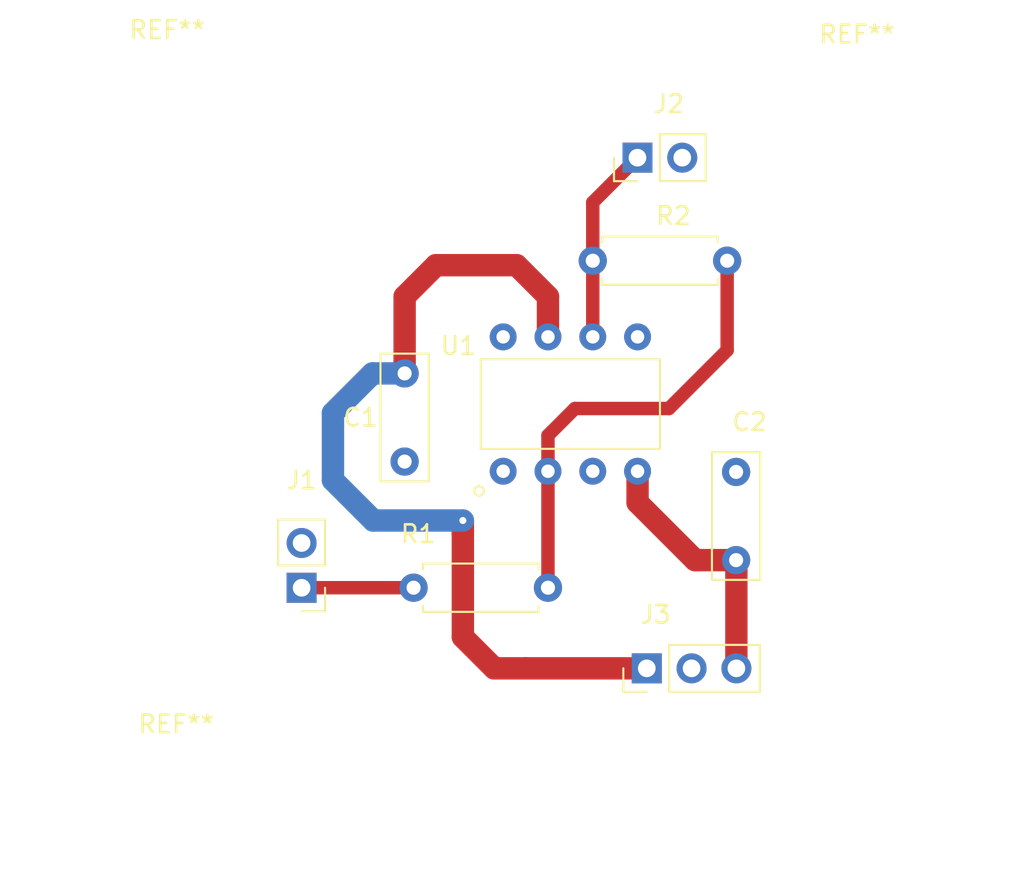
<source format=kicad_pcb>
(kicad_pcb (version 20211014) (generator pcbnew)
  (title_block (title "OpAmpBasic") (date "2022-10-13") (rev "v1.0") (company "IIT Italy") (comment 1 "First layout"))
  (layers (0 "F.Cu" signal) (31 "B.Cu" signal) (34 "B.Paste" user) (35 "F.Paste" user) (36 "B.SilkS" user "B.Silkscreen") (37 "F.SilkS" user "F.Silkscreen") (38 "B.Mask" user) (39 "F.Mask" user) (44 "Edge.Cuts" user))
  (net 0 "")
  (net 2 "Net-(R1-Pad2)")
  (net 3 "GND")
  (net 4 "VSS")
  (net 6 "Net-(J2-Pad1)")
  (net 7 "VCC")
  (net 9 "Net-(J1-Pad1)")
  (footprint "Connector_PinHeader_2.54mm:PinHeader_1x03_P2.54mm_Vertical" (layer "F.Cu") (at 141.493 98.806 90)
    (fp_text reference "J3" (at 3.048 0.493 180) (layer "F.SilkS"))
    (fp_text value "Bias Conn")
    (fp_line (start -1.33 6.41) (end 1.33 6.41) (layer "F.SilkS") (width 0.12))
    (fp_line (start -1.33 -1.33) (end 0 -1.33) (layer "F.SilkS") (width 0.12))
    (fp_line (start 1.33 1.27) (end 1.33 6.41) (layer "F.SilkS") (width 0.12))
    (fp_line (start -1.33 1.27) (end -1.33 6.41) (layer "F.SilkS") (width 0.12))
    (fp_line (start -1.33 0) (end -1.33 -1.33) (layer "F.SilkS") (width 0.12))
    (fp_line (start -1.33 1.27) (end 1.33 1.27) (layer "F.SilkS") (width 0.12))
    (pad "1" thru_hole rect (at 0 0 90) (size 1.7 1.7) (drill 1) (layers *.Cu *.Mask) (net 7 "VCC"))
    (pad "2" thru_hole oval (at 0 2.54 90) (size 1.7 1.7) (drill 1) (layers *.Cu *.Mask) (net 3 "GND"))
    (pad "3" thru_hole oval (at 0 5.08 90) (size 1.7 1.7) (drill 1) (layers *.Cu *.Mask) (net 4 "VSS"))
  )
  (footprint "MountingHole:MountingHole_3.2mm_M3" (layer "F.Cu") (at 114.3 66.802)
    (fp_text reference "REF**" (at 0 -4.2) (layer "F.SilkS"))
    (fp_text value "MountingHole_3.2mm_M3")
    (pad "" np_thru_hole circle (at 0 0) (size 3.2 3.2) (drill 3.2) (layers *.Cu *.Mask))
  )
  (footprint "ajLib:AD711_PDIP" (layer "F.Cu") (at 137.16 83.82)
    (fp_text reference "U1" (at -6.35 -3.302 unlocked) (layer "F.SilkS"))
    (fp_text value "AD711")
    (fp_line (start 5.08 -2.54) (end -5.08 -2.54) (layer "F.SilkS") (width 0.12))
    (fp_line (start -5.08 2.54) (end 5.08 2.54) (layer "F.SilkS") (width 0.12))
    (fp_line (start 5.08 2.54) (end 5.08 -2.54) (layer "F.SilkS") (width 0.12))
    (fp_line (start -5.08 -2.54) (end -5.08 2.54) (layer "F.SilkS") (width 0.12))
    (fp_circle (center -5.175 4.925) (end -4.95 5.075) (layer "F.SilkS") (width 0.12) (fill none))
    (pad "1" thru_hole circle (at -3.81 3.81) (size 1.524 1.524) (drill 0.762) (layers *.Cu *.Mask))
    (pad "2" thru_hole circle (at -1.27 3.81) (size 1.524 1.524) (drill 0.762) (layers *.Cu *.Mask) (net 2 "Net-(R1-Pad2)"))
    (pad "3" thru_hole circle (at 1.27 3.81) (size 1.524 1.524) (drill 0.762) (layers *.Cu *.Mask) (net 3 "GND"))
    (pad "4" thru_hole circle (at 3.81 3.81) (size 1.524 1.524) (drill 0.762) (layers *.Cu *.Mask) (net 4 "VSS"))
    (pad "5" thru_hole circle (at 3.81 -3.81) (size 1.524 1.524) (drill 0.762) (layers *.Cu *.Mask))
    (pad "6" thru_hole circle (at 1.27 -3.81) (size 1.524 1.524) (drill 0.762) (layers *.Cu *.Mask) (net 6 "Net-(J2-Pad1)"))
    (pad "7" thru_hole circle (at -1.27 -3.81) (size 1.524 1.524) (drill 0.762) (layers *.Cu *.Mask) (net 7 "VCC"))
    (pad "8" thru_hole circle (at -3.81 -3.81) (size 1.524 1.524) (drill 0.762) (layers *.Cu *.Mask))
  )
  (footprint "MountingHole:MountingHole_3.2mm_M3" (layer "F.Cu") (at 153.416 67.056)
    (fp_text reference "REF**" (at 0 -4.2) (layer "F.SilkS"))
    (fp_text value "MountingHole_3.2mm_M3")
    (pad "" np_thru_hole circle (at 0 0) (size 3.2 3.2) (drill 3.2) (layers *.Cu *.Mask))
  )
  (footprint "Capacitor_THT:C_Rect_L7.0mm_W2.5mm_P5.00mm" (layer "F.Cu") (at 146.558 87.67 -90)
    (fp_text reference "C2" (at -2.834 -0.762) (layer "F.SilkS"))
    (fp_text value "100n")
    (fp_line (start -1.12 -1.37) (end -1.12 1.37) (layer "F.SilkS") (width 0.12))
    (fp_line (start -1.12 1.37) (end 6.12 1.37) (layer "F.SilkS") (width 0.12))
    (fp_line (start -1.12 -1.37) (end 6.12 -1.37) (layer "F.SilkS") (width 0.12))
    (fp_line (start 6.12 -1.37) (end 6.12 1.37) (layer "F.SilkS") (width 0.12))
    (pad "1" thru_hole circle (at 0 0 270) (size 1.6 1.6) (drill 0.8) (layers *.Cu *.Mask) (net 3 "GND"))
    (pad "2" thru_hole circle (at 5 0 270) (size 1.6 1.6) (drill 0.8) (layers *.Cu *.Mask) (net 4 "VSS"))
  )
  (footprint "Connector_PinHeader_2.54mm:PinHeader_1x02_P2.54mm_Vertical" (layer "F.Cu") (at 140.965 69.85 90)
    (fp_text reference "J2" (at 3.048 1.783 180) (layer "F.SilkS"))
    (fp_text value "Output")
    (fp_line (start -1.33 0) (end -1.33 -1.33) (layer "F.SilkS") (width 0.12))
    (fp_line (start 1.33 1.27) (end 1.33 3.87) (layer "F.SilkS") (width 0.12))
    (fp_line (start -1.33 1.27) (end -1.33 3.87) (layer "F.SilkS") (width 0.12))
    (fp_line (start -1.33 1.27) (end 1.33 1.27) (layer "F.SilkS") (width 0.12))
    (fp_line (start -1.33 3.87) (end 1.33 3.87) (layer "F.SilkS") (width 0.12))
    (fp_line (start -1.33 -1.33) (end 0 -1.33) (layer "F.SilkS") (width 0.12))
    (pad "1" thru_hole rect (at 0 0 90) (size 1.7 1.7) (drill 1) (layers *.Cu *.Mask) (net 6 "Net-(J2-Pad1)"))
    (pad "2" thru_hole oval (at 0 2.54 90) (size 1.7 1.7) (drill 1) (layers *.Cu *.Mask) (net 3 "GND"))
  )
  (footprint "Resistor_THT:R_Axial_DIN0207_L6.3mm_D2.5mm_P7.62mm_Horizontal" (layer "F.Cu") (at 146.05 75.692 180)
    (fp_text reference "R2" (at 3.048 2.54) (layer "F.SilkS"))
    (fp_text value "10k")
    (fp_line (start 0.54 -1.04) (end 0.54 -1.37) (layer "F.SilkS") (width 0.12))
    (fp_line (start 7.08 1.37) (end 7.08 1.04) (layer "F.SilkS") (width 0.12))
    (fp_line (start 0.54 1.04) (end 0.54 1.37) (layer "F.SilkS") (width 0.12))
    (fp_line (start 0.54 -1.37) (end 7.08 -1.37) (layer "F.SilkS") (width 0.12))
    (fp_line (start 0.54 1.37) (end 7.08 1.37) (layer "F.SilkS") (width 0.12))
    (fp_line (start 7.08 -1.37) (end 7.08 -1.04) (layer "F.SilkS") (width 0.12))
    (pad "1" thru_hole circle (at 0 0 180) (size 1.6 1.6) (drill 0.8) (layers *.Cu *.Mask) (net 2 "Net-(R1-Pad2)"))
    (pad "2" thru_hole oval (at 7.62 0 180) (size 1.6 1.6) (drill 0.8) (layers *.Cu *.Mask) (net 6 "Net-(J2-Pad1)"))
  )
  (footprint "Connector_PinHeader_2.54mm:PinHeader_1x02_P2.54mm_Vertical" (layer "F.Cu") (at 121.92 94.239 180)
    (fp_text reference "J1" (at 0 6.101) (layer "F.SilkS"))
    (fp_text value "Input")
    (fp_line (start -1.33 3.87) (end 1.33 3.87) (layer "F.SilkS") (width 0.12))
    (fp_line (start -1.33 0) (end -1.33 -1.33) (layer "F.SilkS") (width 0.12))
    (fp_line (start -1.33 1.27) (end -1.33 3.87) (layer "F.SilkS") (width 0.12))
    (fp_line (start -1.33 1.27) (end 1.33 1.27) (layer "F.SilkS") (width 0.12))
    (fp_line (start 1.33 1.27) (end 1.33 3.87) (layer "F.SilkS") (width 0.12))
    (fp_line (start -1.33 -1.33) (end 0 -1.33) (layer "F.SilkS") (width 0.12))
    (pad "1" thru_hole rect (at 0 0 180) (size 1.7 1.7) (drill 1) (layers *.Cu *.Mask) (net 9 "Net-(J1-Pad1)"))
    (pad "2" thru_hole oval (at 0 2.54 180) (size 1.7 1.7) (drill 1) (layers *.Cu *.Mask) (net 3 "GND"))
  )
  (footprint "Capacitor_THT:C_Rect_L7.0mm_W2.5mm_P5.00mm" (layer "F.Cu") (at 127.762 87.082 90)
    (fp_text reference "C1" (at 2.5 -2.5 180) (layer "F.SilkS"))
    (fp_text value "100n")
    (fp_line (start -1.12 1.37) (end 6.12 1.37) (layer "F.SilkS") (width 0.12))
    (fp_line (start -1.12 -1.37) (end 6.12 -1.37) (layer "F.SilkS") (width 0.12))
    (fp_line (start -1.12 -1.37) (end -1.12 1.37) (layer "F.SilkS") (width 0.12))
    (fp_line (start 6.12 -1.37) (end 6.12 1.37) (layer "F.SilkS") (width 0.12))
    (pad "1" thru_hole circle (at 0 0 90) (size 1.6 1.6) (drill 0.8) (layers *.Cu *.Mask) (net 3 "GND"))
    (pad "2" thru_hole circle (at 5 0 90) (size 1.6 1.6) (drill 0.8) (layers *.Cu *.Mask) (net 7 "VCC"))
  )
  (footprint "Resistor_THT:R_Axial_DIN0207_L6.3mm_D2.5mm_P7.62mm_Horizontal" (layer "F.Cu") (at 128.27 94.234)
    (fp_text reference "R1" (at 0.254 -3.048) (layer "F.SilkS"))
    (fp_text value "10k")
    (fp_line (start 7.08 1.37) (end 7.08 1.04) (layer "F.SilkS") (width 0.12))
    (fp_line (start 0.54 -1.04) (end 0.54 -1.37) (layer "F.SilkS") (width 0.12))
    (fp_line (start 0.54 1.04) (end 0.54 1.37) (layer "F.SilkS") (width 0.12))
    (fp_line (start 0.54 -1.37) (end 7.08 -1.37) (layer "F.SilkS") (width 0.12))
    (fp_line (start 7.08 -1.37) (end 7.08 -1.04) (layer "F.SilkS") (width 0.12))
    (fp_line (start 0.54 1.37) (end 7.08 1.37) (layer "F.SilkS") (width 0.12))
    (pad "1" thru_hole circle (at 0 0) (size 1.6 1.6) (drill 0.8) (layers *.Cu *.Mask) (net 9 "Net-(J1-Pad1)"))
    (pad "2" thru_hole oval (at 7.62 0) (size 1.6 1.6) (drill 0.8) (layers *.Cu *.Mask) (net 2 "Net-(R1-Pad2)"))
  )
  (footprint "MountingHole:MountingHole_3.2mm_M3" (layer "F.Cu") (at 114.808 106.172)
    (fp_text reference "REF**" (at 0 -4.2) (layer "F.SilkS"))
    (fp_text value "MountingHole_3.2mm_M3")
    (pad "" np_thru_hole circle (at 0 0) (size 3.2 3.2) (drill 3.2) (layers *.Cu *.Mask))
  )
  (footprint "MountingHole:MountingHole_3.2mm_M3" (layer "F.Cu") (at 153.416 106.172)
    (fp_text reference "REF**" hide)
    (fp_text value "MountingHole_3.2mm_M3")
    (pad "" np_thru_hole circle (at 0 0) (size 3.2 3.2) (drill 3.2) (layers *.Cu *.Mask))
  )
  (segment (start 135.89 87.63) (end 135.89 94.234) (width 0.762) (layer "F.Cu") (net 2))
  (segment (start 135.89 85.598) (end 137.414 84.074) (width 0.762) (layer "F.Cu") (net 2))
  (segment (start 142.748 84.074) (end 146.05 80.772) (width 0.762) (layer "F.Cu") (net 2))
  (segment (start 146.05 80.772) (end 146.05 75.692) (width 0.762) (layer "F.Cu") (net 2))
  (segment (start 137.414 84.074) (end 142.748 84.074) (width 0.762) (layer "F.Cu") (net 2))
  (segment (start 135.89 87.63) (end 135.89 85.598) (width 0.762) (layer "F.Cu") (net 2))
  (segment (start 140.97 87.63) (end 140.97 89.408) (width 1.27) (layer "F.Cu") (net 4))
  (segment (start 146.573 92.685) (end 146.558 92.67) (width 1.27) (layer "F.Cu") (net 4))
  (segment (start 146.573 98.806) (end 146.573 92.685) (width 1.27) (layer "F.Cu") (net 4))
  (segment (start 140.97 89.408) (end 144.232 92.67) (width 1.27) (layer "F.Cu") (net 4))
  (segment (start 140.986 87.614) (end 140.97 87.63) (width 1.27) (layer "F.Cu") (net 4))
  (segment (start 144.232 92.67) (end 146.558 92.67) (width 1.27) (layer "F.Cu") (net 4))
  (segment (start 138.43 75.692) (end 138.43 72.385) (width 0.762) (layer "F.Cu") (net 6))
  (segment (start 138.43 72.385) (end 140.965 69.85) (width 0.762) (layer "F.Cu") (net 6))
  (segment (start 138.43 80.01) (end 138.43 75.692) (width 0.762) (layer "F.Cu") (net 6))
  (segment (start 141.493 98.806) (end 134.62 98.806) (width 1.27) (layer "F.Cu") (net 7))
  (segment (start 127.762 82.082) (end 127.762 77.724) (width 1.27) (layer "F.Cu") (net 7))
  (segment (start 132.842 98.806) (end 131.064 97.028) (width 1.27) (layer "F.Cu") (net 7))
  (segment (start 135.89 80.01) (end 135.89 77.724) (width 1.27) (layer "F.Cu") (net 7))
  (segment (start 134.112 75.946) (end 129.54 75.946) (width 1.27) (layer "F.Cu") (net 7))
  (segment (start 134.62 98.806) (end 132.842 98.806) (width 1.27) (layer "F.Cu") (net 7))
  (segment (start 131.064 91.186) (end 131.064 90.424) (width 1.27) (layer "F.Cu") (net 7))
  (segment (start 129.54 75.946) (end 127.762 77.724) (width 1.27) (layer "F.Cu") (net 7))
  (segment (start 135.89 77.724) (end 134.112 75.946) (width 1.27) (layer "F.Cu") (net 7))
  (segment (start 131.064 97.028) (end 131.064 91.186) (width 1.27) (layer "F.Cu") (net 7))
  (via (at 131.064 90.424) (size 0.8) (drill 0.4) (layers "F.Cu" "B.Cu") (net 7))
  (segment (start 131.064 90.424) (end 125.984 90.424) (width 1.27) (layer "B.Cu") (net 7))
  (segment (start 123.698 88.138) (end 123.698 84.328) (width 1.27) (layer "B.Cu") (net 7))
  (segment (start 125.984 90.424) (end 123.698 88.138) (width 1.27) (layer "B.Cu") (net 7))
  (segment (start 123.698 84.328) (end 125.944 82.082) (width 1.27) (layer "B.Cu") (net 7))
  (segment (start 125.944 82.082) (end 127.762 82.082) (width 1.27) (layer "B.Cu") (net 7))
  (segment (start 121.925 94.234) (end 121.92 94.239) (width 0.762) (layer "F.Cu") (net 9))
  (segment (start 128.27 94.234) (end 121.925 94.234) (width 0.762) (layer "F.Cu") (net 9))
)
</source>
